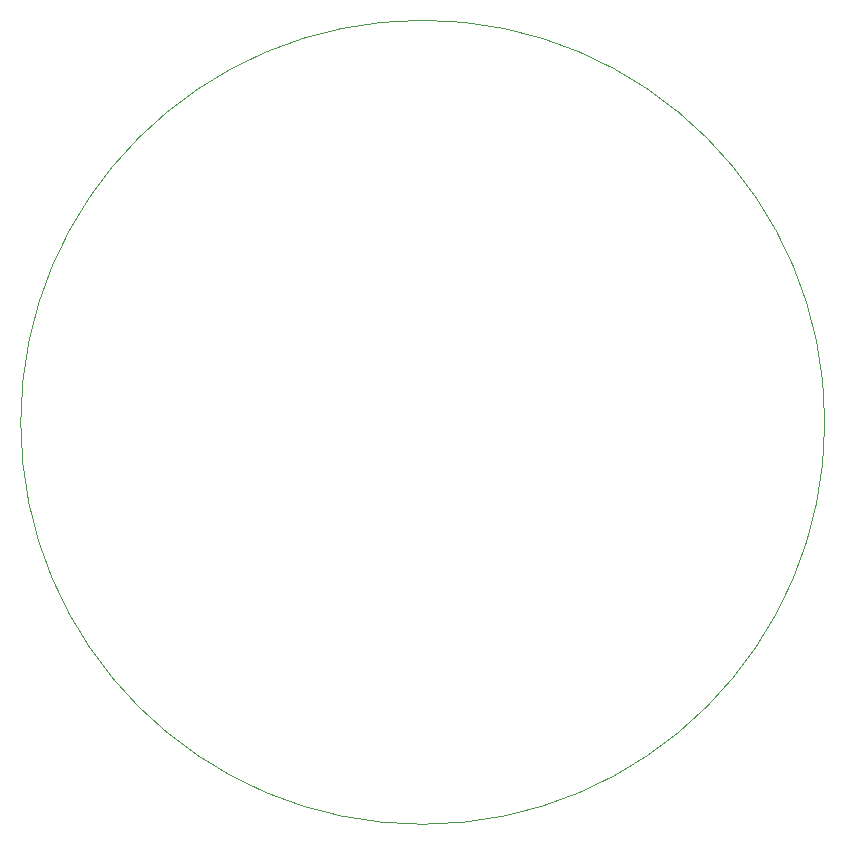
<source format=gbr>
G04 (created by PCBNEW (2013-07-07 BZR 4022)-stable) date 6/5/2014 11:35:09 PM*
%MOIN*%
G04 Gerber Fmt 3.4, Leading zero omitted, Abs format*
%FSLAX34Y34*%
G01*
G70*
G90*
G04 APERTURE LIST*
%ADD10C,0.00590551*%
%ADD11C,0.00393701*%
G04 APERTURE END LIST*
G54D10*
G54D11*
X100400Y-66750D02*
G75*
G03X100400Y-66750I-13400J0D01*
G74*
G01*
M02*

</source>
